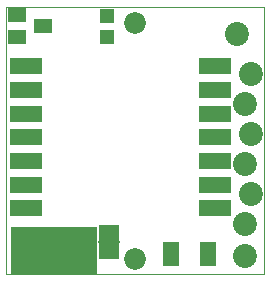
<source format=gbs>
G75*
G70*
%OFA0B0*%
%FSLAX24Y24*%
%IPPOS*%
%LPD*%
%AMOC8*
5,1,8,0,0,1.08239X$1,22.5*
%
%ADD10C,0.0000*%
%ADD11R,0.1059X0.0559*%
%ADD12R,0.0659X0.1359*%
%ADD13R,0.2900X0.1600*%
%ADD14C,0.0728*%
%ADD15C,0.0799*%
%ADD16R,0.0531X0.0846*%
%ADD17R,0.0610X0.0453*%
%ADD18R,0.0484X0.0472*%
%ADD19R,0.0689X0.0519*%
%ADD20R,0.0720X0.0060*%
D10*
X000750Y000969D02*
X000750Y009869D01*
X009350Y009869D01*
X009350Y000969D01*
X000750Y000969D01*
D11*
X001400Y003157D03*
X001400Y003944D03*
X001400Y004731D03*
X001400Y005519D03*
X001400Y006306D03*
X001400Y007094D03*
X001400Y007881D03*
X007700Y007881D03*
X007700Y007094D03*
X007700Y006306D03*
X007700Y005519D03*
X007700Y004731D03*
X007700Y003944D03*
X007700Y003157D03*
D12*
X003350Y001719D03*
X002350Y001719D03*
X001350Y001719D03*
D13*
X002350Y001719D03*
D14*
X005050Y001469D03*
X005050Y009343D03*
D15*
X008450Y008969D03*
X008900Y007619D03*
X008700Y006619D03*
X008900Y005619D03*
X008700Y004619D03*
X008900Y003619D03*
X008700Y002619D03*
X008690Y001550D03*
D16*
X007480Y001619D03*
X006220Y001619D03*
D17*
X001117Y008845D03*
X001117Y009593D03*
X001983Y009219D03*
D18*
X004100Y009563D03*
X004100Y008874D03*
D19*
X004180Y002329D03*
X004180Y001729D03*
D20*
X004180Y002029D03*
M02*

</source>
